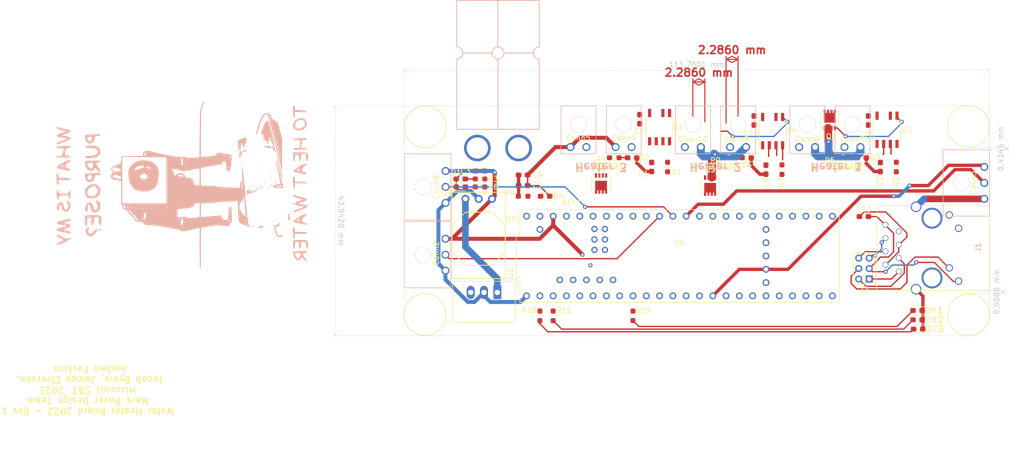
<source format=kicad_pcb>
(kicad_pcb (version 20211014) (generator pcbnew)
  (layers (0 "F.Cu" signal) (31 "B.Cu" signal) (34 "B.Paste" user) (35 "F.Paste" user) (36 "B.SilkS" user "B.Silkscreen") (37 "F.SilkS" user "F.Silkscreen") (38 "B.Mask" user) (39 "F.Mask" user) (44 "Edge.Cuts" user))
  (net 0 "")
  (net 1 "Net-(C1-Pad1)")
  (net 2 "GND")
  (net 3 "Net-(C2-Pad1)")
  (net 4 "+12V")
  (net 5 "+3V3")
  (net 6 "Net-(C8-Pad1)")
  (net 7 "Net-(C13-Pad1)")
  (net 8 "Net-(C13-Pad2)")
  (net 9 "Temp3")
  (net 10 "Temp1")
  (net 11 "Net-(Conn4-Pad1)")
  (net 12 "Net-(Conn6-Pad1)")
  (net 13 "Temp2")
  (net 14 "Net-(Conn10-Pad1)")
  (net 15 "Net-(D1-Pad2)")
  (net 16 "Net-(D2-Pad2)")
  (net 17 "Net-(D3-Pad2)")
  (net 18 "Net-(D4-Pad2)")
  (net 19 "Net-(D5-Pad2)")
  (net 20 "Net-(D6-Pad2)")
  (net 21 "Net-(D7-Pad2)")
  (net 22 "Net-(D8-Pad2)")
  (net 23 "Net-(D9-Pad2)")
  (net 25 "Net-(J1-Pad10)")
  (net 27 "Net-(J1-Pad1)")
  (net 28 "Net-(J1-Pad3)")
  (net 30 "Net-(J1-Pad4)")
  (net 31 "Net-(J1-Pad6)")
  (net 32 "Net-(Q1-Pad4)")
  (net 33 "Net-(Q2-Pad4)")
  (net 34 "Net-(Q3-Pad4)")
  (net 35 "+5V")
  (net 36 "Net-(R1-Pad2)")
  (net 37 "Net-(R2-Pad2)")
  (net 38 "Net-(R7-Pad2)")
  (net 39 "Net-(R10-Pad2)")
  (net 40 "Net-(R11-Pad2)")
  (net 41 "Net-(R12-Pad2)")
  (net 42 "Heater3")
  (net 43 "Heater1")
  (net 44 "Heater2")
  (footprint "Capacitor_SMD:C_0603_1608Metric_Pad1.08x0.95mm_HandSolder" (layer "F.Cu") (at 111.0985 66.04)
    (fp_text reference "C7")
    (fp_text value ".1uF")
  )
  (footprint "Resistor_SMD:R_0603_1608Metric_Pad0.98x0.95mm_HandSolder" (layer "F.Cu") (at 160.528 62.992 90)
    (fp_text reference "R7")
    (fp_text value "5.1k")
  )
  (footprint "Capacitor_SMD:C_0603_1608Metric_Pad1.08x0.95mm_HandSolder" (layer "F.Cu") (at 157.48 62.992 -90)
    (fp_text reference "C8")
    (fp_text value "0.1uF")
  )
  (footprint "LED_SMD:LED_0603_1608Metric_Pad1.05x0.95mm_HandSolder" (layer "F.Cu") (at 186.436 89.916 180)
    (fp_text reference "D9")
    (fp_text value "LED(R)")
  )
  (footprint "MRDT_Drill_Holes:4_40_Hole_Corner" (layer "F.Cu") (at 192.1623 58.742382)
    (fp_text reference "V3" hide)
    (fp_text value "Via" hide)
  )
  (footprint "Capacitor_SMD:C_0603_1608Metric_Pad1.08x0.95mm_HandSolder" (layer "F.Cu") (at 111.0985 64.008)
    (fp_text reference "C6")
    (fp_text value "10uF")
  )
  (footprint "Resistor_SMD:R_0603_1608Metric_Pad0.98x0.95mm_HandSolder" (layer "F.Cu") (at 182.372 62.484 90)
    (fp_text reference "R2")
    (fp_text value "5.1k")
  )
  (footprint "Resistor_SMD:R_0603_1608Metric_Pad0.98x0.95mm_HandSolder" (layer "F.Cu") (at 102.87 66.294 180)
    (fp_text reference "R8")
    (fp_text value "300")
  )
  (footprint "Converter_DCDC:Converter_DCDC_TRACO_TSR-1_THT" (layer "F.Cu") (at 106.172 86.4555 180)
    (fp_text reference "U5")
    (fp_text value "TSR_1-2450")
  )
  (footprint "LED_SMD:LED_0603_1608Metric_Pad1.05x0.95mm_HandSolder" (layer "F.Cu") (at 115.316 68.072 180)
    (fp_text reference "D4")
    (fp_text value "LED(G)")
  )
  (footprint "MRDT_Drill_Holes:4_40_Hole_Corner" (layer "F.Cu") (at 96.4325 58.8151 90)
    (fp_text reference "V2" hide)
    (fp_text value "Via" hide)
  )
  (footprint "MRDT_Devices:OKI_Horizontal" (layer "F.Cu") (at 100.076 68.58)
    (fp_text reference "U3" hide)
    (fp_text value "OKI")
  )
  (footprint "LED_SMD:LED_0603_1608Metric_Pad1.05x0.95mm_HandSolder" (layer "F.Cu") (at 99.173 64.77)
    (fp_text reference "D1")
    (fp_text value "LED(G)")
  )
  (footprint "Package_TO_SOT_SMD:LFPAK33" (layer "F.Cu") (at 169.672 53.491 90)
    (fp_text reference "Q2")
    (fp_text value "BUK9M9R5-40HX")
  )
  (footprint "Package_SO:SOIC-8-N7_3.9x4.9mm_P1.27mm" (layer "F.Cu") (at 158.75 55.626 90)
    (fp_text reference "U4")
    (fp_text value "LT1910")
  )
  (footprint "Resistor_SMD:R_0603_1608Metric_Pad0.98x0.95mm_HandSolder" (layer "F.Cu") (at 150.368 60.706)
    (fp_text reference "R9")
    (fp_text value "1000")
  )
  (footprint "Capacitor_SMD:C_0603_1608Metric_Pad1.08x0.95mm_HandSolder" (layer "F.Cu") (at 179.324 62.484 -90)
    (fp_text reference "C2")
    (fp_text value "0.1uF")
  )
  (footprint "Resistor_SMD:R_0603_1608Metric_Pad0.98x0.95mm_HandSolder" (layer "F.Cu") (at 138.684 62.484 90)
    (fp_text reference "R1")
    (fp_text value "5.1k")
  )
  (footprint "Capacitor_SMD:C_0603_1608Metric_Pad1.08x0.95mm_HandSolder" (layer "F.Cu") (at 102.87 63.246 180)
    (fp_text reference "C3")
    (fp_text value "22uF 50V")
  )
  (footprint "Resistor_SMD:R_0603_1608Metric_Pad0.98x0.95mm_HandSolder" (layer "F.Cu") (at 114.3 90.932 90)
    (fp_text reference "R10")
    (fp_text value "120")
  )
  (footprint "LED_SMD:LED_0603_1608Metric_Pad1.05x0.95mm_HandSolder" (layer "F.Cu") (at 175.7585 60.706 180)
    (fp_text reference "D3")
    (fp_text value "LED(B)")
  )
  (footprint "Resistor_SMD:R_0603_1608Metric_Pad0.98x0.95mm_HandSolder" (layer "F.Cu") (at 132.08 90.932 90)
    (fp_text reference "R12")
    (fp_text value "120")
  )
  (footprint "Capacitor_SMD:C_0603_1608Metric_Pad1.08x0.95mm_HandSolder" (layer "F.Cu") (at 133.35 53.34 -90)
    (fp_text reference "C4")
    (fp_text value "10uF 50V")
  )
  (footprint "LED_SMD:LED_0603_1608Metric_Pad1.05x0.95mm_HandSolder" (layer "F.Cu") (at 131.939 60.706 180)
    (fp_text reference "D2")
    (fp_text value "LED(B)")
  )
  (footprint "Package_TO_SOT_SMD:LFPAK33" (layer "F.Cu") (at 125.984 65.635 -90)
    (fp_text reference "Q1")
    (fp_text value "BUK9M9R5-40HX")
  )
  (footprint "MRDT_Drill_Holes:4_40_Hole_Corner" (layer "F.Cu") (at 192.1623 86.7523 -90)
    (fp_text reference "V4" hide)
    (fp_text value "Via" hide)
  )
  (footprint "Capacitor_SMD:C_0603_1608Metric_Pad1.08x0.95mm_HandSolder" (layer "F.Cu") (at 176.1785 71.957)
    (fp_text reference "C13")
    (fp_text value "0.1uF")
  )
  (footprint "Package_SO:SOIC-8-N7_3.9x4.9mm_P1.27mm" (layer "F.Cu") (at 180.594 55.372 90)
    (fp_text reference "U2")
    (fp_text value "LT1910")
  )
  (footprint "Capacitor_SMD:C_0603_1608Metric_Pad1.08x0.95mm_HandSolder" (layer "F.Cu") (at 155.194 53.594 -90)
    (fp_text reference "C10")
    (fp_text value "10uF 50V")
  )
  (footprint "Package_TO_SOT_SMD:LFPAK33" (layer "F.Cu") (at 146.812 66.04 -90)
    (fp_text reference "Q3")
    (fp_text value "BUK9M9R5-40HX")
  )
  (footprint "Capacitor_SMD:C_0603_1608Metric_Pad1.08x0.95mm_HandSolder" (layer "F.Cu") (at 177.038 53.594 -90)
    (fp_text reference "C5")
    (fp_text value "10uF 50V")
  )
  (footprint "MRDT_Connectors:RJ45_Teensy" (layer "F.Cu") (at 202.184 77.853 90)
    (fp_text reference "J1")
    (fp_text value "RJ45_LED_Shielded")
  )
  (footprint "MRDT_Shields:Teensy_4_1_Vertical" (layer "F.Cu") (at 90.17 43.942)
    (fp_text reference "U6")
    (fp_text value "Teensy4.1_DEV-16771")
  )
  (footprint "Capacitor_SMD:C_0603_1608Metric_Pad1.08x0.95mm_HandSolder" (layer "F.Cu") (at 135.636 62.484 -90)
    (fp_text reference "C1")
    (fp_text value "0.1uF")
  )
  (footprint "LED_SMD:LED_0603_1608Metric_Pad1.05x0.95mm_HandSolder" (layer "F.Cu") (at 186.549 93.472 180)
    (fp_text reference "D7")
    (fp_text value "LED(R)")
  )
  (footprint "LED_SMD:LED_0603_1608Metric_Pad1.05x0.95mm_HandSolder" (layer "F.Cu") (at 153.783 60.706 180)
    (fp_text reference "D6")
    (fp_text value "LED(B)")
  )
  (footprint "LED_SMD:LED_0603_1608Metric_Pad1.05x0.95mm_HandSolder" (layer "F.Cu") (at 99.201 66.294)
    (fp_text reference "D5")
    (fp_text value "LED(G)")
  )
  (footprint "Resistor_SMD:R_0603_1608Metric_Pad0.98x0.95mm_HandSolder" (layer "F.Cu") (at 102.87 64.77 180)
    (fp_text reference "R3")
    (fp_text value "1000")
  )
  (footprint "Resistor_SMD:R_0603_1608Metric_Pad0.98x0.95mm_HandSolder" (layer "F.Cu") (at 172.212 60.706)
    (fp_text reference "R5")
    (fp_text value "1000")
  )
  (footprint "Resistor_SMD:R_0603_1608Metric_Pad0.98x0.95mm_HandSolder" (layer "F.Cu") (at 111.0985 68.072)
    (fp_text reference "R6")
    (fp_text value "120")
  )
  (footprint "Resistor_SMD:R_0603_1608Metric_Pad0.98x0.95mm_HandSolder" (layer "F.Cu") (at 116.84 90.932 90)
    (fp_text reference "R11")
    (fp_text value "120")
  )
  (footprint "MRDT_Drill_Holes:4_40_Hole_Corner" (layer "F.Cu") (at 96.33712 86.66988 180)
    (fp_text reference "V1" hide)
    (fp_text value "Via" hide)
  )
  (footprint "Package_SO:SOIC-8-N7_3.9x4.9mm_P1.27mm" (layer "F.Cu") (at 137.16 54.864 90)
    (fp_text reference "U1")
    (fp_text value "LT1910")
  )
  (footprint "Resistor_SMD:R_0603_1608Metric_Pad0.98x0.95mm_HandSolder" (layer "F.Cu") (at 128.51 60.706)
    (fp_text reference "R4")
    (fp_text value "1000")
  )
  (footprint "LED_SMD:LED_0603_1608Metric_Pad1.05x0.95mm_HandSolder" (layer "F.Cu") (at 186.436 91.694 180)
    (fp_text reference "D8")
    (fp_text value "LED(R)")
  )
  (footprint "Connector_PinHeader_2.00mm:PinHeader_2x03_P2.00mm_Vertical" (layer "F.Cu") (at 177.1945 83.895 180)
    (fp_text reference "J2")
    (fp_text value "6P6C")
  )
  (footprint "MRDT_Connectors:MOLEX_uF_S_02_Horizontal" (layer "B.Cu") (at 165.3413 59.69 180)
    (fp_text reference "Conn6")
    (fp_text value "Molex_uF_S_02")
  )
  (footprint "MRDT_Connectors:MOLEX_uF_S_03_Horizontal" (layer "B.Cu") (at 97.314 66.294 -90)
    (fp_text reference "Conn8")
    (fp_text value "Molex_uF_S_03")
  )
  (footprint "MRDT_Connectors:MOLEX_uF_S_03_Horizontal" (layer "B.Cu") (at 97.282 79.248 -90)
    (fp_text reference "Conn2")
    (fp_text value "Molex_uF_S_03")
  )
  (footprint "MRDT_Connectors:MOLEX_uF_S_02_Horizontal" (layer "B.Cu") (at 130.2893 59.69 180)
    (fp_text reference "Conn4")
    (fp_text value "Molex_uF_S_02")
  )
  (footprint "MRDT_Connectors:MOLEX_uF_S_03_Horizontal" (layer "B.Cu") (at 200.184 65.532 -90)
    (fp_text reference "Conn3")
    (fp_text value "Molex_uF_S_03")
  )
  (footprint "MRDT_Connectors:Anderson_2_Horizontal_Side_by_Side" (layer "B.Cu") (at 102.362 58.8258 -90)
    (fp_text reference "Conn1" hide)
    (fp_text value "AndersonPP")
  )
  (footprint "LOGO" (layer "B.Cu") (at 45.72 66.04 -90)
    (fp_text reference "G***")
    (fp_text value "LOGO" hide)
  )
  (footprint "MRDT_Connectors:MOLEX_uF_S_02_Horizontal" (layer "B.Cu") (at 152.146 59.69 180)
    (fp_text reference "Conn9")
    (fp_text value "Molex_uF_S_02")
  )
  (footprint "MRDT_Connectors:MOLEX_uF_S_02_Horizontal" (layer "B.Cu") (at 143.5138 59.69 180)
    (fp_text reference "Conn10")
    (fp_text value "Molex_uF_S_02")
  )
  (footprint "MRDT_Connectors:MOLEX_uF_S_02_Horizontal" (layer "B.Cu") (at 173.99 59.69 180)
    (fp_text reference "Conn7")
    (fp_text value "Molex_uF_S_02")
  )
  (footprint "MRDT_Connectors:MOLEX_uF_S_02_Horizontal" (layer "B.Cu") (at 121.6533 59.69 180)
    (fp_text reference "Conn5")
    (fp_text value "Molex_uF_S_02")
  )
  (gr_arc (start 200.146713 90.418713) (mid 198.882 93.472) (end 195.828713 94.736713) (layer "Edge.Cuts") (width 0.05))
  (gr_arc (start 196.008327 50.752682) (mid 198.882004 51.943005) (end 200.072327 54.816682) (layer "Edge.Cuts") (width 0.05))
  (gr_line (start 200.152 89.408) (end 200.146713 90.418713) (layer "Edge.Cuts") (width 0.05))
  (gr_line (start 200.152 85.852) (end 200.152 89.408) (layer "Edge.Cuts") (width 0.05))
  (gr_line (start 88.392 59.436) (end 88.392 69.85) (layer "Edge.Cuts") (width 0.05))
  (gr_line (start 194.31 94.736713) (end 195.828713 94.736713) (layer "Edge.Cuts") (width 0.05))
  (gr_line (start 155.702 94.742) (end 175.514 94.742) (layer "Edge.Cuts") (width 0.05))
  (gr_line (start 194.31 50.8) (end 196.008327 50.752682) (layer "Edge.Cuts") (width 0.05))
  (gr_arc (start 92.456 94.742) (mid 89.582318 93.551682) (end 88.392 90.678) (layer "Edge.Cuts") (width 0.05))
  (gr_line (start 92.456 94.742) (end 139.446 94.742) (layer "Edge.Cuts") (width 0.05))
  (gr_line (start 98.806 50.8) (end 178.816 50.8) (layer "Edge.Cuts") (width 0.05))
  (gr_line (start 88.392 54.864) (end 88.392 59.436) (layer "Edge.Cuts") (width 0.05))
  (gr_line (start 189.992 94.742) (end 194.31 94.736713) (layer "Edge.Cuts") (width 0.05))
  (gr_line (start 88.392 82.55) (end 88.392 89.154) (layer "Edge.Cuts") (width 0.05))
  (gr_line (start 200.152 56.388) (end 200.072327 54.816682) (layer "Edge.Cuts") (width 0.05))
  (gr_line (start 200.152 58.674) (end 200.152 85.852) (layer "Edge.Cuts") (width 0.05))
  (gr_line (start 92.4814 50.7746) (end 98.806 50.8) (layer "Edge.Cuts") (width 0.05))
  (gr_line (start 139.446 94.742) (end 155.702 94.742) (layer "Edge.Cuts") (width 0.05))
  (gr_arc (start 88.392 54.864) (mid 89.589758 51.972358) (end 92.4814 50.7746) (layer "Edge.Cuts") (width 0.05))
  (gr_line (start 88.392 76.454) (end 88.392 82.55) (layer "Edge.Cuts") (width 0.05))
  (gr_line (start 200.152 58.674) (end 200.152 56.388) (layer "Edge.Cuts") (width 0.05))
  (gr_line (start 88.392 69.85) (end 88.392 76.454) (layer "Edge.Cuts") (width 0.05))
  (gr_line (start 175.514 94.742) (end 189.992 94.742) (layer "Edge.Cuts") (width 0.05))
  (gr_line (start 178.816 50.8) (end 194.31 50.8) (layer "Edge.Cuts") (width 0.05))
  (gr_line (start 88.392 89.154) (end 88.392 90.678) (layer "Edge.Cuts") (width 0.05))
  (gr_text "Heater 3" (at 125.984 62.484 180) (layer "B.SilkS") (effects (font (size 1.5 1.5) (thickness 0.3)) (justify mirror)))
  (gr_text "Heater 2" (at 147.828 62.484 180) (layer "B.SilkS") (effects (font (size 1.5 1.5) (thickness 0.3)) (justify mirror)))
  (gr_text "Heater 1" (at 170.942 62.484 180) (layer "B.SilkS") (effects (font (size 1.5 1.5) (thickness 0.3)) (justify mirror)))
  (gr_text "3" (at 190.754 93.472) (layer "F.SilkS") (effects (font (size 1.246 1.246) (thickness 0.3))))
  (gr_text "Heater 1" (at 170.942 62.484 180) (layer "F.SilkS") (effects (font (size 1.5 1.5) (thickness 0.3))))
  (gr_text "Heater 2" (at 147.828 62.484 180) (layer "F.SilkS") (effects (font (size 1.5 1.5) (thickness 0.3))))
  (gr_text "Water Heater Board 2022 - Rev 1\nMars Rover Design Team\nMissouri S&T, 2022\nJacob Byers, James Elverson, \nJoshua Perkins " (at 27.94 105.156 180) (layer "F.SilkS") (effects (font (size 1.246 1.246) (thickness 0.248))))
  (gr_text "1" (at 190.754 89.916) (layer "F.SilkS") (effects (font (size 1.246 1.246) (thickness 0.3))))
  (gr_text "2" (at 190.754 91.694) (layer "F.SilkS") (effects (font (size 1.246 1.246) (thickness 0.3))))
  (gr_text "Heater 3" (at 125.984 62.484 180) (layer "F.SilkS") (effects (font (size 1.5 1.5) (thickness 0.3))))
  (dimension (type aligned) (layer "F.Cu") (pts (xy 143.51 54.356) (xy 145.796 54.356)) (height -8.128) (gr_text "90.0000 mils" (at 144.653 44.428) (layer "F.Cu") (effects (font (size 1.5 1.5) (thickness 0.3)))) (format (units 3) (units_format 1) (precision 4)) (style (thickness 0.2) (arrow_length 1.27) (text_position_mode 0) (extension_height 0.58642) (extension_offset 0.5) keep_text_aligned))
  (dimension (type aligned) (layer "F.Cu") (pts (xy 149.86 54.61) (xy 152.146 54.61)) (height -12.7) (gr_text "90.0000 mils" (at 151.003 40.11) (layer "F.Cu") (effects (font (size 1.5 1.5) (thickness 0.3)))) (format (units 3) (units_format 1) (precision 4)) (style (thickness 0.2) (arrow_length 1.27) (text_position_mode 0) (extension_height 0.58642) (extension_offset 0.5) keep_text_aligned))
  (dimension (type aligned) (layer "Edge.Cuts") (pts (xy 88.392 58.82018) (xy 200.152 58.674)) (height -14.731216) (gr_text "4400.0037 mils" (at 144.251228 42.865888 0.07494177052) (layer "Edge.Cuts") (effects (font (size 1 1) (thickness 0.15)))) (format (units 3) (units_format 1) (precision 4)) (style (thickness 0.05) (arrow_length 1.27) (text_position_mode 0) (extension_height 0.58642) (extension_offset 0.5) keep_text_aligned))
  (dimension (type aligned) (layer "Edge.Cuts") (pts (xy 195.326 86.106) (xy 195.326 86.614)) (height -7.366) (gr_text "20.0000 mils" (at 201.542 86.36 90) (layer "Edge.Cuts") (effects (font (size 1 1) (thickness 0.15)))) (format (units 3) (units_format 1) (precision 4)) (style (thickness 0.05) (arrow_length 1.27) (text_position_mode 0) (extension_height 0.58642) (extension_offset 0.5) keep_text_aligned))
  (dimension (type aligned) (layer "Edge.Cuts") (pts (xy 96.3422 94.742) (xy 96.33712 50.8)) (height -21.153346) (gr_text "1730.0000 mils" (at 76.336314 72.773312 -89.99337621) (layer "Edge.Cuts") (effects (font (size 1 1) (thickness 0.15)))) (format (units 3) (units_format 1) (precision 4)) (style (thickness 0.05) (arrow_length 1.27) (text_position_mode 0) (extension_height 0.58642) (extension_offset 0.5) keep_text_aligned))
  (dimension (type aligned) (layer "Edge.Cuts") (pts (xy 195.58 58.747462) (xy 195.58 59.182)) (height -7.874) (gr_text "17.1078 mils" (at 202.304 58.964731 90) (layer "Edge.Cuts") (effects (font (size 1 1) (thickness 0.15)))) (format (units 3) (units_format 1) (precision 4)) (style (thickness 0.05) (arrow_length 1.27) (text_position_mode 0) (extension_height 0.58642) (extension_offset 0.5) keep_text_aligned))
  (via (at 123.952 81.28) (size 0.8) (drill 0.4) (layers "F.Cu" "B.Cu") (net 0))
  (segment (start 179.324 63.3465) (end 178.1545 63.3465) (width 0.635) (layer "F.Cu") (net 2))
  (segment (start 154.658 62.202) (end 154.658 60.706) (width 0.635) (layer "F.Cu") (net 2))
  (segment (start 121.9073 56.896) (end 126.9873 56.896) (width 0.762) (layer "F.Cu") (net 2))
  (segment (start 117.295 58.674) (end 111.961 64.008) (width 0.762) (layer "F.Cu") (net 2))
  (segment (start 187.657 68.58) (end 186.134 70.103) (width 1.27) (layer "F.Cu") (net 2))
  (segment (start 98.298 64.77) (end 99.822 63.246) (width 0.25) (layer "F.Cu") (net 2))
  (segment (start 132.814 61.694) (end 132.814 60.706) (width 0.635) (layer "F.Cu") (net 2))
  (segment (start 114.159 66.04) (end 111.961 66.04) (width 0.25) (layer "F.Cu") (net 2))
  (segment (start 156.3105 63.8545) (end 154.658 62.202) (width 0.635) (layer "F.Cu") (net 2))
  (segment (start 126.9873 56.896) (end 128.7653 58.674) (width 0.762) (layer "F.Cu") (net 2))
  (segment (start 120.1293 58.674) (end 117.295 58.674) (width 0.762) (layer "F.Cu") (net 2))
  (segment (start 157.48 63.8545) (end 156.3105 63.8545) (width 0.635) (layer "F.Cu") (net 2))
  (segment (start 120.1293 58.674) (end 121.9073 56.896) (width 0.762) (layer "F.Cu") (net 2))
  (segment (start 116.191 68.072) (end 114.159 66.04) (width 0.25) (layer "F.Cu") (net 2))
  (segment (start 99.822 63.246) (end 102.0075 63.246) (width 0.25) (layer "F.Cu") (net 2))
  (segment (start 134.4665 63.3465) (end 132.814 61.694) (width 0.635) (layer "F.Cu") (net 2))
  (segment (start 187.452 87.171) (end 187.452 93.444) (width 0.635) (layer "F.Cu") (net 2))
  (segment (start 176.6335 61.8255) (end 176.6335 60.706) (width 0.635) (layer "F.Cu") (net 2))
  (segment (start 178.1545 63.3465) (end 176.6335 61.8255) (width 0.635) (layer "F.Cu") (net 2))
  (segment (start 98.326 64.798) (end 98.298 64.77) (width 0.25) (layer "F.Cu") (net 2))
  (segment (start 199.168 68.58) (end 187.657 68.58) (width 1.27) (layer "F.Cu") (net 2))
  (segment (start 187.452 93.444) (end 187.424 93.472) (width 0.635) (layer "F.Cu") (net 2))
  (segment (start 135.636 63.3465) (end 134.4665 63.3465) (width 0.635) (layer "F.Cu") (net 2))
  (segment (start 98.326 66.294) (end 98.326 64.798) (width 0.25) (layer "F.Cu") (net 2))
  (segment (start 186.134 85.853) (end 187.452 87.171) (width 0.635) (layer "F.Cu") (net 2))
  (segment (start 111.961 64.008) (end 111.961 66.04) (width 0.25) (layer "F.Cu") (net 2))
  (segment (start 104.841 88.2865) (end 110.5955 88.2865) (width 0.762) (layer "B.Cu") (net 2))
  (segment (start 96.266 84.011818) (end 100.540682 88.2865) (width 0.762) (layer "B.Cu") (net 2))
  (segment (start 187.657 68.58) (end 186.134 70.103) (width 1.27) (layer "B.Cu") (net 2))
  (segment (start 101.801 88.2865) (end 103.632 86.4555) (width 0.762) (layer "B.Cu") (net 2))
  (segment (start 94.923 70.717) (end 94.923 80.953) (width 0.762) (layer "B.Cu") (net 2))
  (segment (start 96.298 69.342) (end 94.923 70.717) (width 0.762) (layer "B.Cu") (net 2))
  (segment (start 98.584 67.056) (end 96.298 69.342) (width 0.762) (layer "B.Cu") (net 2))
  (segment (start 110.5955 88.2865) (end 111.76 87.122) (width 0.762) (layer "B.Cu") (net 2))
  (segment (start 94.923 80.953) (end 96.266 82.296) (width 0.762) (layer "B.Cu") (net 2))
  (segment (start 103.632 86.4555) (end 103.632 87.0775) (width 0.762) (layer "B.Cu") (net 2))
  (segment (start 103.632 87.0775) (end 104.841 88.2865) (width 0.762) (layer "B.Cu") (net 2))
  (segment (start 102.616 68.58) (end 101.092 67.056) (width 0.762) (layer "B.Cu") (net 2))
  (segment (start 101.092 67.056) (end 98.584 67.056) (width 0.762) (layer "B.Cu") (net 2))
  (segment (start 96.266 82.296) (end 96.266 84.011818) (width 0.762) (layer "B.Cu") (net 2))
  (segment (start 100.540682 88.2865) (end 101.801 88.2865) (width 0.762) (layer "B.Cu") (net 2))
  (segment (start 179.959 59.9705) (end 179.832 60.0975) (width 0.254) (layer "F.Cu") (net 3))
  (segment (start 179.959 58.072) (end 179.959 59.9705) (width 0.254) (layer "F.Cu") (net 3))
  (segment (start 106.172 83.82) (end 106.172 86.4555) (width 1.27) (layer "B.Cu") (net 4))
  (segment (start 100.076 77.724) (end 106.172 83.82) (width 1.27) (layer "B.Cu") (net 4))
  (segment (start 100.076 68.58) (end 100.076 77.724) (width 1.27) (layer "B.Cu") (net 4))
  (segment (start 105.664 63.5) (end 105.664 68.072) (width 0.762) (layer "F.Cu") (net 5))
  (segment (start 110.236 64.008) (end 110.236 68.022) (width 0.635) (layer "F.Cu") (net 5))
  (segment (start 105.664 68.072) (end 105.156 68.58) (width 0.762) (layer "F.Cu") (net 5))
  (segment (start 97.536 76.2) (end 96.266 76.2) (width 0.762) (layer "F.Cu") (net 5))
  (segment (start 175.646752 68.072) (end 161.676752 82.042) (width 0.635) (layer "F.Cu") (net 5))
  (segment (start 116.84 73.628554) (end 116.84 71.882) (width 0.762) (layer "F.Cu") (net 5))
  (segment (start 122.428 79.216554) (end 122.428 79.248) (width 0.762) (layer "F.Cu") (net 5))
  (segment (start 188.468 66.04) (end 184.912 66.04) (width 0.635) (layer "F.Cu") (net 5))
  (segment (start 181.864 68.072) (end 175.646752 68.072) (width 0.635) (layer "F.Cu") (net 5))
  (segment (start 96.266 76.2) (end 114.268554 76.2) (width 0.762) (layer "F.Cu") (net 5))
  (segment (start 157.48 82.042) (end 152.4 82.042) (width 0.635) (layer "F.Cu") (net 5))
  (segment (start 114.268554 76.2) (end 116.84 73.628554) (width 0.762) (layer "F.Cu") (net 5))
  (segment (start 152.4 82.042) (end 147.32 87.122) (width 0.635) (layer "F.Cu") (net 5))
  (segment (start 110.236 68.022) (end 110.186 68.072) (width 0.635) (layer "F.Cu") (net 5))
  (segment (start 193.202132 62.157) (end 192.351 62.157) (width 0.635) (layer "F.Cu") (net 5))
  (segment (start 199.168 62.484) (end 198.841 62.157) (width 0.635) (layer "F.Cu") (net 5))
  (segment (start 198.841 62.157) (end 193.202132 62.157) (width 0.635) (layer "F.Cu") (net 5))
  (segment (start 116.84 73.628554) (end 122.428 79.216554) (width 0.762) (layer "F.Cu") (net 5))
  (segment (start 192.351 62.157) (end 188.468 66.04) (width 0.635) (layer "F.Cu") (net 5))
  (segment (start 161.676752 82.042) (end 157.48 82.042) (width 0.635) (layer "F.Cu") (net 5))
  (segment (start 105.156 68.58) (end 97.536 76.2) (width 0.762) (layer "F.Cu") (net 5))
  (via (at 105.664 63.5) (size 0.8) (drill 0.4) (layers "F.Cu" "B.Cu") (net 5))
  (via (at 184.912 66.04) (size 0.8) (drill 0.4) (layers "F.Cu" "B.Cu") (net 5))
  (via (at 122.428 79.248) (size 0.8) (drill 0.4) (layers "F.Cu" "B.Cu") (net 5))
  (via (at 181.864 68.072) (size 0.8) (drill 0.4) (layers "F.Cu" "B.Cu") (net 5))
  (segment (start 105.41 63.246) (end 105.664 63.5) (width 0.762) (layer "B.Cu") (net 5))
  (segment (start 184.912 66.04) (end 182.88 68.072) (width 0.635) (layer "B.Cu") (net 5))
  (segment (start 182.88 68.072) (end 182.372 68.072) (width 0.635) (layer "B.Cu") (net 5))
  (segment (start 182.372 68.072) (end 181.864 68.072) (width 0.635) (layer "B.Cu") (net 5))
  (segment (start 96.298 63.246) (end 105.41 63.246) (width 0.762) (layer "B.Cu") (net 5))
  (segment (start 157.988 60.452) (end 157.988 58.453) (width 0.254) (layer "F.Cu") (net 6))
  (segment (start 157.988 58.453) (end 158.115 58.326) (width 0.254) (layer "F.Cu") (net 6))
  (segment (start 175.316 71.957) (end 176.203 71.07) (width 0.254) (layer "F.Cu") (net 7))
  (segment (start 182.834 78.688) (end 182.834 77.418) (width 0.254) (layer "F.Cu") (net 7))
  (segment (start 180.294 81.228) (end 182.834 78.688) (width 0.254) (layer "F.Cu") (net 7))
  (segment (start 184.382679 75.112679) (end 184.382679 75.869321) (width 0.254) (layer "F.Cu") (net 7))
  (segment (start 180.34 71.07) (end 184.382679 75.112679) (width 0.254) (layer "F.Cu") (net 7))
  (segment (start 184.382679 75.869321) (end 182.834 77.418) (width 0.254) (layer "F.Cu") (net 7))
  (segment (start 176.203 71.07) (end 180.34 71.07) (width 0.254) (layer "F.Cu") (net 7))
  (segment (start 179.07 79.96) (end 179.07 80.0195) (width 0.254) (layer "F.Cu") (net 8))
  (segment (start 180.294 73.608) (end 178.643 71.957) (width 0.254) (layer "F.Cu") (net 8))
  (segment (start 179.324 79.706) (end 179.07 79.96) (width 0.254) (layer "F.Cu") (net 8))
  (segment (start 178.643 71.957) (end 177.041 71.957) (width 0.254) (layer "F.Cu") (net 8))
  (segment (start 180.294 73.608) (end 181.842679 75.156679) (width 0.254) (layer "F.Cu") (net 8))
  (segment (start 179.07 80.0195) (end 177.1945 81.895) (width 0.254) (layer "F.Cu") (net 8))
  (segment (start 193.274051 84.378) (end 189.618051 80.722) (width 0.254) (layer "F.Cu") (net 8))
  (segment (start 177.7995 82.5) (end 177.1945 81.895) (width 0.254) (layer "F.Cu") (net 8))
  (segment (start 194.264 84.378) (end 193.274051 84.378) (width 0.254) (layer "F.Cu") (net 8))
  (segment (start 189.618051 80.722) (end 186.182 80.722) (width 0.254) (layer "F.Cu") (net 8))
  (segment (start 181.842679 78.711321) (end 180.848 79.706) (width 0.254) (layer "F.Cu") (net 8))
  (segment (start 180.848 79.706) (end 179.324 79.706) (width 0.254) (layer "F.Cu") (net 8))
  (segment (start 181.842679 75.156679) (end 181.842679 78.711321) (width 0.254) (layer "F.Cu") (net 8))
  (segment (start 180.34 82.5) (end 177.7995 82.5) (width 0.254) (layer "F.Cu") (net 8))
  (via (at 186.182 80.722) (size 0.8) (drill 0.4) (layers "F.Cu" "B.Cu") (net 8))
  (via (at 180.34 82.5) (size 0.8) (drill 0.4) (layers "F.Cu" "B.Cu") (net 8))
  (segment (start 182.118 81.23) (end 181.61 81.23) (width 0.254) (layer "B.Cu") (net 8))
  (segment (start 186.182 80.722) (end 185.674 81.23) (width 0.254) (layer "B.Cu") (net 8))
  (segment (start 185.674 81.23) (end 182.118 81.23) (width 0.254) (layer "B.Cu") (net 8))
  (segment (start 181.61 81.23) (end 180.34 82.5) (width 0.254) (layer "B.Cu") (net 8))
  (segment (start 97.027999 80.009999) (end 129.032001 80.009999) (width 0.254) (layer "F.Cu") (net 9))
  (segment (start 96.266 79.248) (end 97.027999 80.009999) (width 0.254) (layer "F.Cu") (net 9))
  (segment (start 129.032001 80.009999) (end 137.16 71.882) (width 0.254) (layer "F.Cu") (net 9))
  (segment (start 149.352 69.596) (end 144.526 69.596) (width 0.635) (layer "F.Cu") (net 10))
  (segment (start 199.168 65.532) (end 197.644 64.008) (width 0.635) (layer "F.Cu") (net 10))
  (segment (start 197.612 64.008) (end 196.596 62.992) (width 0.635) (layer "F.Cu") (net 10))
  (segment (start 197.644 64.008) (end 197.612 64.008) (width 0.635) (layer "F.Cu") (net 10))
  (segment (start 189.484 67.056) (end 151.892 67.056) (width 0.635) (layer "F.Cu") (net 10))
  (segment (start 151.892 67.056) (end 149.352 69.596) (width 0.635) (layer "F.Cu") (net 10))
  (segment (start 196.596 62.992) (end 193.548 62.992) (width 0.635) (layer "F.Cu") (net 10))
  (segment (start 144.526 69.596) (end 142.24 71.882) (width 0.635) (layer "F.Cu") (net 10))
  (segment (start 193.548 62.992) (end 189.484 67.056) (width 0.635) (layer "F.Cu") (net 10))
  (segment (start 169.347 57.587) (end 169.418 57.658) (width 1.524) (layer "F.Cu") (net 12))
  (segment (start 169.418 58.8245) (end 169.418 57.658) (width 0.254) (layer "F.Cu") (net 12))
  (segment (start 169.347 55.026) (end 169.347 57.587) (width 1.524) (layer "F.Cu") (net 12))
  (segment (start 171.2995 60.706) (end 169.418 58.8245) (width 0.254) (layer "F.Cu") (net 12))
  (via (at 169.418 57.658) (size 0.8) (drill 0.4) (layers "F.Cu" "B.Cu") (net 12))
  (segment (start 169.418 59.944) (end 169.926 60.452) (width 1.524) (layer "B.Cu") (net 12))
  (segment (start 168.91 60.452) (end 167.386 60.452) (width 1.524) (layer "B.Cu") (net 12))
  (segment (start 169.418 59.944) (end 168.91 60.452) (width 1.524) (layer "B.Cu") (net 12))
  (segment (start 175.514 59.69) (end 175.514 58.674) (width 1.524) (layer "B.Cu") (net 12))
  (segment (start 174.752 60.452) (end 175.514 59.69) (width 1.524) (layer "B.Cu") (net 12))
  (segment (start 167.386 60.452) (end 166.8653 59.9313) (width 1.524) (layer "B.Cu") (net 12))
  (segment (start 169.926 60.452) (end 174.752 60.452) (width 1.524) (layer "B.Cu") (net 12))
  (segment (start 166.8653 59.9313) (end 166.8653 58.674) (width 1.524) (layer "B.Cu") (net 12))
  (segment (start 169.418 57.658) (end 169.418 59.944) (width 1.524) (layer "B.Cu") (net 12))
  (segment (start 122.936 70.104) (end 137.922 70.104) (width 0.254) (layer "F.Cu") (net 13))
  (segment (start 137.922 70.104) (end 139.7 71.882) (width 0.254) (layer "F.Cu") (net 13))
  (via (at 122.936 70.104) (size 0.8) (drill 0.4) (layers "F.Cu" "B.Cu") (net 13))
  (segment (start 96.298 66.294) (end 119.126 66.294) (width 0.254) (layer "B.Cu") (net 13))
  (segment (start 119.126 66.294) (end 122.936 70.104) (width 0.254) (layer "B.Cu") (net 13))
  (segment (start 147.137 64.505) (end 147.137 60.635) (width 1.524) (layer "F.Cu") (net 14))
  (segment (start 147.137 60.635) (end 147.701 60.071) (width 1.524) (layer "F.Cu") (net 14))
  (via (at 147.701 60.071) (size 0.8) (drill 0.4) (layers "F.Cu" "B.Cu") (net 14))
  (segment (start 147.574 59.944) (end 147.066 60.452) (width 1.524) (layer "B.Cu") (net 14))
  (segment (start 147.066 60.452) (end 145.542 60.452) (width 1.524) (layer "B.Cu") (net 14))
  (segment (start 147.701 60.071) (end 148.082 60.452) (width 1.524) (layer "B.Cu") (net 14))
  (segment (start 151.892 60.452) (end 153.67 58.674) (width 1.524) (layer "B.Cu") (net 14))
  (segment (start 147.574 59.944) (end 147.701 60.071) (width 1.524) (layer "B.Cu") (net 14))
  (segment (start 148.082 60.452) (end 151.892 60.452) (width 1.524) (layer "B.Cu") (net 14))
  (segment (start 145.542 60.452) (end 145.0378 59.9478) (width 1.524) (layer "B.Cu") (net 14))
  (segment (start 145.0378 59.9478) (end 145.0378 58.674) (width 1.524) (layer "B.Cu") (net 14))
  (segment (start 101.9575 64.77) (end 100.048 64.77) (width 0.254) (layer "F.Cu") (net 15))
  (segment (start 129.4225 60.706) (end 131.064 60.706) (width 0.254) (layer "F.Cu") (net 16))
  (segment (start 173.1245 60.706) (end 174.8835 60.706) (width 0.254) (layer "F.Cu") (net 17))
  (segment (start 101.9575 66.294) (end 100.076 66.294) (width 0.254) (layer "F.Cu") (net 19))
  (segment (start 152.908 60.706) (end 151.2805 60.706) (width 0.254) (layer "F.Cu") (net 20))
  (segment (start 114.3 92.456) (end 114.3 91.8445) (width 0.254) (layer "F.Cu") (net 21))
  (segment (start 185.674 93.472) (end 185.166 93.98) (width 0.254) (layer "F.Cu") (net 21))
  (segment (start 185.166 93.98) (end 115.824 93.98) (width 0.254) (layer "F.Cu") (net 21))
  (segment (start 115.824 93.98) (end 114.3 92.456) (width 0.254) (layer "F.Cu") (net 21))
  (segment (start 118.4675 93.472) (end 116.84 91.8445) (width 0.254) (layer "F.Cu") (net 22))
  (segment (start 185.561 91.694) (end 183.783 93.472) (width 0.254) (layer "F.Cu") (net 22))
  (segment (start 183.783 93.472) (end 118.4675 93.472) (width 0.254) (layer "F.Cu") (net 22))
  (segment (start 182.513 92.964) (end 133.1995 92.964) (width 0.254) (layer "F.Cu") (net 23))
  (segment (start 133.1995 92.964) (end 132.08 91.8445) (width 0.254) (layer "F.Cu") (net 23))
  (segment (start 185.561 89.916) (end 182.513 92.964) (width 0.254) (layer "F.Cu") (net 23))
  (segment (start 173.736 83.3535) (end 175.1945 81.895) (width 0.254) (layer "F.Cu") (net 25))
  (segment (start 184.404 84.532) (end 183.134 85.802) (width 0.254) (layer "F.Cu") (net 25))
  (segment (start 173.736 84.690758) (end 173.736 83.3535) (width 0.254) (layer "F.Cu") (net 25))
  (segment (start 190.342 79.706) (end 185.928 79.706) (width 0.254) (layer "F.Cu") (net 25))
  (segment (start 174.847242 85.849621) (end 173.736 84.738379) (width 0.254) (layer "F.Cu") (net 25))
  (segment (start 184.404 81.23) (end 184.404 84.532) (width 0.254) (layer "F.Cu") (net 25))
  (segment (start 192.474 81.838) (end 190.342 79.706) (width 0.254) (layer "F.Cu") (net 25))
  (segment (start 183.134 85.802) (end 174.847242 85.802) (width 0.254) (layer "F.Cu") (net 25))
  (segment (start 185.928 79.706) (end 184.404 81.23) (width 0.254) (layer "F.Cu") (net 25))
  (segment (start 182.834 82.498) (end 181.437 83.895) (width 0.254) (layer "F.Cu") (net 27))
  (segment (start 181.437 83.895) (end 177.1945 83.895) (width 0.254) (layer "F.Cu") (net 27))
  (segment (start 182.834 79.958) (end 183.896 81.02) (width 0.254) (layer "F.Cu") (net 28))
  (segment (start 181.356 85.294) (end 176.5935 85.294) (width 0.254) (layer "F.Cu") (net 28))
  (segment (start 176.5935 85.294) (end 175.1945 83.895) (width 0.254) (layer "F.Cu") (net 28))
  (segment (start 183.896 82.754) (end 181.356 85.294) (width 0.254) (layer "F.Cu") (net 28))
  (segment (start 183.896 81.02) (end 183.896 82.754) (width 0.254) (layer "F.Cu") (net 28))
  (segment (start 180.294 78.688) (end 176.4015 78.688) (width 0.254) (layer "F.Cu") (net 30))
  (segment (start 176.4015 78.688) (end 175.1945 79.895) (width 0.254) (layer "F.Cu") (net 30))
  (segment (start 180.294 76.196) (end 179.578 76.912) (width 0.254) (layer "F.Cu") (net 31))
  (segment (start 177.675 79.4145) (end 177.1945 79.895) (width 0.254) (layer "F.Cu") (net 31))
  (segment (start 178.308 79.4145) (end 177.675 79.4145) (width 0.254) (layer "F.Cu") (net 31))
  (segment (start 180.294 76.148) (end 180.294 76.196) (width 0.254) (layer "F.Cu") (net 31))
  (via (at 179.578 76.912) (size 0.8) (drill 0.4) (layers "F.Cu" "B.Cu") (net 31))
  (via (at 178.308 79.4145) (size 0.8) (drill 0.4) (layers "F.Cu" "B.Cu") (net 31))
  (segment (start 179.578 76.912) (end 179.578 78.1445) (width 0.254) (layer "B.Cu") (net 31))
  (segment (start 179.578 78.1445) (end 178.308 79.4145) (width 0.254) (layer "B.Cu") (net 31))
  (segment (start 172.72 56.642) (end 171.104 55.026) (width 0.254) (layer "F.Cu") (net 33))
  (segment (start 182.499 52.959) (end 183.388 53.848) (width 0.254) (layer "F.Cu") (net 33))
  (segment (start 182.499 52.672) (end 182.499 52.959) (width 0.254) (layer "F.Cu") (net 33))
  (segment (start 171.104 55.026) (end 170.647 55.026) (width 0.254) (layer "F.Cu") (net 33))
  (via (at 183.388 53.848) (size 0.8) (drill 0.4) (layers "F.Cu" "B.Cu") (net 33))
  (via (at 172.72 56.642) (size 0.8) (drill 0.4) (layers "F.Cu" "B.Cu") (net 33))
  (segment (start 180.848 56.642) (end 172.72 56.642) (width 0.254) (layer "B.Cu") (net 33))
  (segment (start 183.388 54.102) (end 180.848 56.642) (width 0.254) (layer "B.Cu") (net 33))
  (segment (start 183.388 53.848) (end 183.388 54.102) (width 0.254) (layer "B.Cu") (net 33))
  (segment (start 160.655 52.959) (end 161.544 53.848) (width 0.254) (layer "F.Cu") (net 34))
  (segment (start 151.13 56.642) (end 150.125 55.637) (width 0.254) (layer "F.Cu") (net 34))
  (segment (start 150.125 55.637) (end 148.803 55.637) (width 0.254) (layer "F.Cu") (net 34))
  (segment (start 160.655 52.926) (end 160.655 52.959) (width 0.254) (layer "F.Cu") (net 34))
  (via (at 161.544 53.848) (size 0.8) (drill 0.4) (layers "F.Cu" "B.Cu") (net 34))
  (via (at 151.13 56.642) (size 0.8) (drill 0.4) (layers "F.Cu" "B.Cu") (net 34))
  (segment (start 159.004 56.642) (end 151.13 56.642) (width 0.254) (layer "B.Cu") (net 34))
  (segment (start 161.544 54.102) (end 159.004 56.642) (width 0.254) (layer "B.Cu") (net 34))
  (segment (start 161.544 53.848) (end 161.544 54.102) (width 0.254) (layer "B.Cu") (net 34))
  (segment (start 181.356 60.0475) (end 181.356 58.199) (width 0.254) (layer "F.Cu") (net 37))
  (segment (start 181.356 58.199) (end 181.229 58.072) (width 0.254) (layer "F.Cu") (net 37))
  (segment (start 159.512 60.3015) (end 159.512 58.453) (width 0.254) (layer "F.Cu") (net 38))
  (segment (start 159.512 58.453) (end 159.385 58.326) (width 0.254) (layer "F.Cu") (net 38))
  (segment (start 160.655 58.326) (end 160.655 61.087) (width 0.254) (layer "F.Cu") (net 44))
)
</source>
